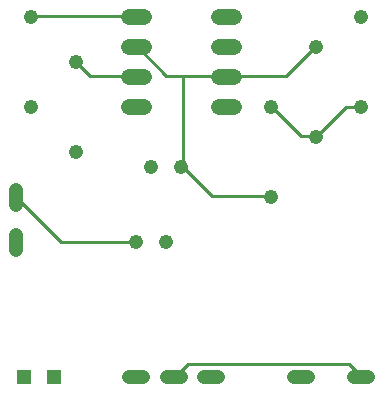
<source format=gbl>
G75*
G70*
%OFA0B0*%
%FSLAX24Y24*%
%IPPOS*%
%LPD*%
%AMOC8*
5,1,8,0,0,1.08239X$1,22.5*
%
%ADD10C,0.0520*%
%ADD11C,0.0476*%
%ADD12C,0.0476*%
%ADD13R,0.0476X0.0476*%
%ADD14C,0.0100*%
D10*
X004841Y010272D02*
X005361Y010272D01*
X005361Y011272D02*
X004841Y011272D01*
X004841Y012272D02*
X005361Y012272D01*
X005361Y013272D02*
X004841Y013272D01*
X007841Y013272D02*
X008361Y013272D01*
X008361Y012272D02*
X007841Y012272D01*
X007841Y011272D02*
X008361Y011272D01*
X008361Y010272D02*
X007841Y010272D01*
D11*
X009601Y010272D03*
X011101Y009272D03*
X012601Y010272D03*
X011101Y012272D03*
X012601Y013272D03*
X006601Y008272D03*
X005601Y008272D03*
X006101Y005772D03*
X005101Y005772D03*
X003101Y008772D03*
X001601Y010272D03*
X003101Y011772D03*
X001601Y013272D03*
X009601Y007272D03*
D12*
X010363Y001272D02*
X010839Y001272D01*
X012363Y001272D02*
X012839Y001272D01*
X007839Y001272D02*
X007363Y001272D01*
X006589Y001272D02*
X006113Y001272D01*
X005339Y001272D02*
X004863Y001272D01*
X001101Y005534D02*
X001101Y006010D01*
X001101Y007034D02*
X001101Y007510D01*
D13*
X001351Y001272D03*
X002351Y001272D03*
D14*
X006351Y001272D02*
X006421Y001312D01*
X006821Y001712D01*
X012181Y001712D01*
X012581Y001312D01*
X012601Y001272D01*
X009601Y007272D02*
X009541Y007312D01*
X007621Y007312D01*
X006661Y008272D01*
X006601Y008272D01*
X006661Y008272D02*
X006661Y011312D01*
X006101Y011312D01*
X005141Y012272D01*
X005101Y012272D01*
X005061Y011312D02*
X005101Y011272D01*
X005061Y011312D02*
X003541Y011312D01*
X003141Y011712D01*
X003101Y011772D01*
X001601Y013272D02*
X001621Y013312D01*
X005061Y013312D01*
X005101Y013272D01*
X006661Y011312D02*
X008101Y011312D01*
X008101Y011272D01*
X008101Y011312D02*
X010101Y011312D01*
X011061Y012272D01*
X011101Y012272D01*
X012101Y010272D02*
X012601Y010272D01*
X012101Y010272D02*
X011101Y009272D01*
X011061Y009312D01*
X010581Y009312D01*
X009621Y010272D01*
X009601Y010272D01*
X005101Y005772D02*
X005061Y005792D01*
X002581Y005792D01*
X001101Y007272D01*
M02*

</source>
